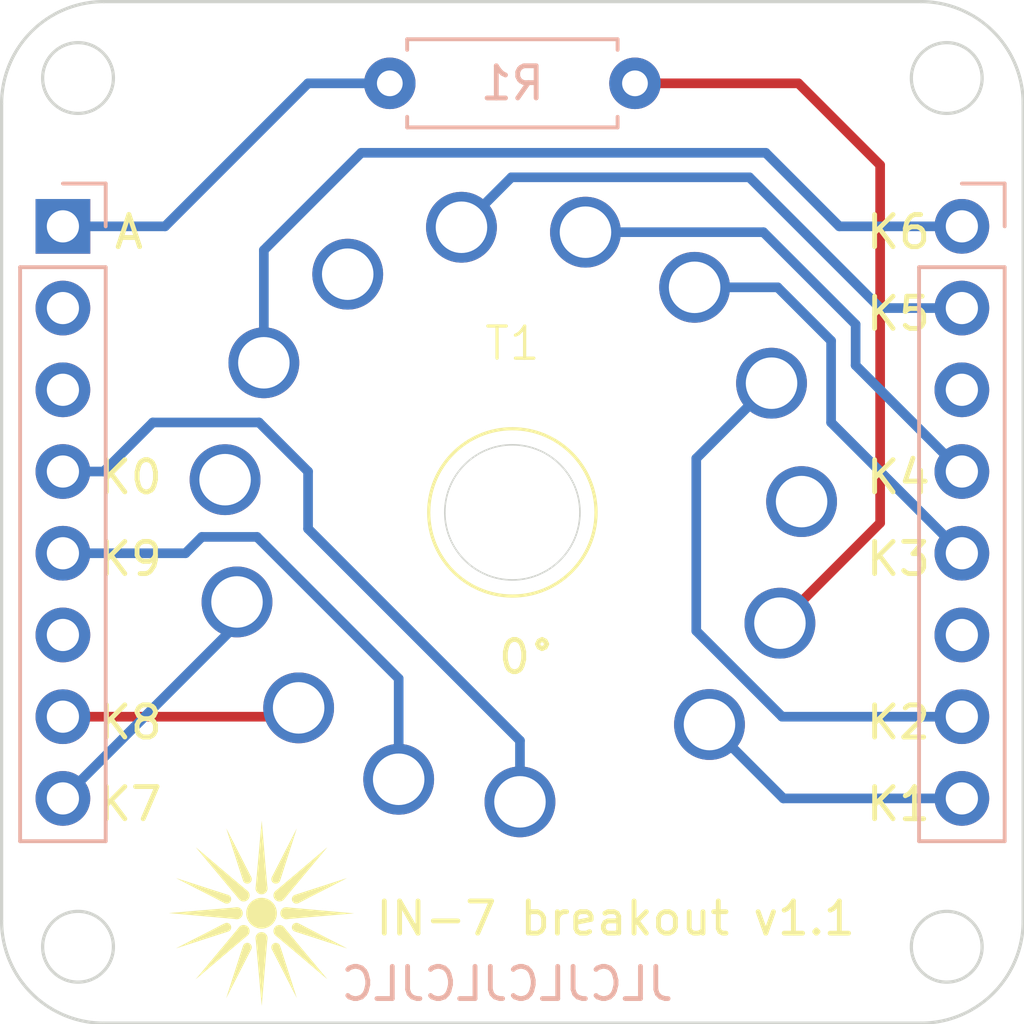
<source format=kicad_pcb>
(kicad_pcb (version 20221018) (generator pcbnew)
  (layers (0 "F.Cu" signal) (31 "B.Cu" signal) (34 "B.Paste" user) (35 "F.Paste" user) (36 "B.SilkS" user "B.Silkscreen") (37 "F.SilkS" user "F.Silkscreen") (38 "B.Mask" user) (39 "F.Mask" user) (44 "Edge.Cuts" user))
  (net 0 "")
  (net 5 "Anode")
  (net 6 "K1")
  (net 7 "K2")
  (net 8 "K3")
  (net 9 "K4")
  (net 10 "K5")
  (net 11 "K6")
  (net 12 "K7")
  (net 13 "K8")
  (net 15 "K9")
  (net 16 "K10")
  (net 19 "Net-(T1-Anode)")
  (footprint "Nixie:PL31 (IN7 rotation)" (layer "F.Cu") (at 50.8 50.8)
    (fp_text reference "T1" (at 0 -5.25 unlocked) (layer "F.SilkS") (effects (font (thickness 0.1))))
    (fp_text value "IN-7")
    (fp_circle (center 0 0) (end 2.1 0) (stroke (width 0.05)) (fill none) (layer "Edge.Cuts"))
    (pad "1" thru_hole circle (at 6.125995 6.5934 181.5) (size 2.2 2.2) (drill 1.6) (layers "*.Cu" "*.Mask") (net 6 "K1"))
    (pad "2" thru_hole circle (at 8.315188 3.443413 181.5) (size 2.2 2.2) (drill 1.6) (layers "*.Cu" "*.Mask") (net 19 "Net-(T1-Anode)"))
    (pad "3" thru_hole circle (at 8.9883 -0.335401 181.5) (size 2.2 2.2) (drill 1.6) (layers "*.Cu" "*.Mask"))
    (pad "4" thru_hole circle (at 8.054549 -4.01542 181.5) (size 2.2 2.2) (drill 1.6) (layers "*.Cu" "*.Mask") (net 7 "K2"))
    (pad "5" thru_hole circle (at 5.663644 -6.994553 181.5) (size 2.2 2.2) (drill 1.6) (layers "*.Cu" "*.Mask") (net 8 "K3"))
    (pad "6" thru_hole circle (at 2.271715 -8.708551 181.5) (size 2.2 2.2) (drill 1.6) (layers "*.Cu" "*.Mask") (net 9 "K4"))
    (pad "7" thru_hole circle (at -1.582512 -8.861611 181.5) (size 2.2 2.2) (drill 1.6) (layers "*.Cu" "*.Mask") (net 10 "K5"))
    (pad "8" thru_hole circle (at -5.118044 -7.403062 181.5) (size 2.2 2.2) (drill 1.6) (layers "*.Cu" "*.Mask"))
    (pad "9" thru_hole circle (at -7.724353 -4.649393 181.5) (size 2.2 2.2) (drill 1.6) (layers "*.Cu" "*.Mask") (net 11 "K6"))
    (pad "10" thru_hole circle (at -8.929671 -1.016597 181.5) (size 2.2 2.2) (drill 1.6) (layers "*.Cu" "*.Mask"))
    (pad "11" thru_hole circle (at -8.55877 2.783496 181.5) (size 2.2 2.2) (drill 1.6) (layers "*.Cu" "*.Mask") (net 12 "K7"))
    (pad "12" thru_hole circle (at -6.643227 6.075982 181.5) (size 2.2 2.2) (drill 1.6) (layers "*.Cu" "*.Mask") (net 13 "K8"))
    (pad "13" thru_hole circle (at -3.534065 8.295353 181.5) (size 2.2 2.2) (drill 1.6) (layers "*.Cu" "*.Mask") (net 15 "K9"))
    (pad "14" thru_hole circle (at 0.235593 8.996916 181.5) (size 2.2 2.2) (drill 1.6) (layers "*.Cu" "*.Mask") (net 16 "K10"))
  )
  (footprint "Nixie:Starburst" (layer "F.Cu") (at 43 63.25)
    (fp_text reference "G***" hide)
    (fp_text value "Starburst" hide)
  )
  (footprint "Connector_PinHeader_2.54mm:PinHeader_1x08_P2.54mm_Vertical" (layer "B.Cu") (at 64.77 41.91 180)
    (fp_text reference "J2" hide)
    (fp_text value "Conn_01x08_Pin" hide)
    (pad "1" thru_hole circle (at 0 0 180) (size 1.7 1.7) (drill 1) (layers "*.Cu" "*.Mask") (net 11 "K6"))
    (pad "2" thru_hole oval (at 0 -2.54 180) (size 1.7 1.7) (drill 1) (layers "*.Cu" "*.Mask") (net 10 "K5"))
    (pad "3" thru_hole oval (at 0 -5.08 180) (size 1.7 1.7) (drill 1) (layers "*.Cu" "*.Mask"))
    (pad "4" thru_hole oval (at 0 -7.62 180) (size 1.7 1.7) (drill 1) (layers "*.Cu" "*.Mask") (net 9 "K4"))
    (pad "5" thru_hole oval (at 0 -10.16 180) (size 1.7 1.7) (drill 1) (layers "*.Cu" "*.Mask") (net 8 "K3"))
    (pad "6" thru_hole oval (at 0 -12.7 180) (size 1.7 1.7) (drill 1) (layers "*.Cu" "*.Mask"))
    (pad "7" thru_hole oval (at 0 -15.24 180) (size 1.7 1.7) (drill 1) (layers "*.Cu" "*.Mask") (net 7 "K2"))
    (pad "8" thru_hole oval (at 0 -17.78 180) (size 1.7 1.7) (drill 1) (layers "*.Cu" "*.Mask") (net 6 "K1"))
  )
  (footprint "Connector_PinHeader_2.54mm:PinHeader_1x08_P2.54mm_Vertical" (layer "B.Cu") (at 36.83 41.91 180)
    (fp_text reference "J1" hide)
    (fp_text value "Conn_01x08_Pin" hide)
    (pad "1" thru_hole rect (at 0 0 180) (size 1.7 1.7) (drill 1) (layers "*.Cu" "*.Mask") (net 5 "Anode"))
    (pad "2" thru_hole oval (at 0 -2.54 180) (size 1.7 1.7) (drill 1) (layers "*.Cu" "*.Mask"))
    (pad "3" thru_hole oval (at 0 -5.08 180) (size 1.7 1.7) (drill 1) (layers "*.Cu" "*.Mask"))
    (pad "4" thru_hole oval (at 0 -7.62 180) (size 1.7 1.7) (drill 1) (layers "*.Cu" "*.Mask") (net 16 "K10"))
    (pad "5" thru_hole oval (at 0 -10.16 180) (size 1.7 1.7) (drill 1) (layers "*.Cu" "*.Mask") (net 15 "K9"))
    (pad "6" thru_hole oval (at 0 -12.7 180) (size 1.7 1.7) (drill 1) (layers "*.Cu" "*.Mask"))
    (pad "7" thru_hole oval (at 0 -15.24 180) (size 1.7 1.7) (drill 1) (layers "*.Cu" "*.Mask") (net 13 "K8"))
    (pad "8" thru_hole oval (at 0 -17.78 180) (size 1.7 1.7) (drill 1) (layers "*.Cu" "*.Mask") (net 12 "K7"))
  )
  (footprint "Resistor_THT:R_Axial_DIN0207_L6.3mm_D2.5mm_P7.62mm_Horizontal" (layer "B.Cu") (at 46.99 37.465)
    (fp_text reference "R1" (at 3.81 0) (layer "B.SilkS") (effects (justify mirror)))
    (fp_text value "R" hide)
    (pad "1" thru_hole circle (at 0 0) (size 1.6 1.6) (drill 0.8) (layers "*.Cu" "*.Mask") (net 5 "Anode"))
    (pad "2" thru_hole oval (at 7.62 0) (size 1.6 1.6) (drill 0.8) (layers "*.Cu" "*.Mask") (net 19 "Net-(T1-Anode)"))
  )
  (gr_arc (start 66.675 63.5) (mid 65.745064 65.745064) (end 63.5 66.675) (stroke (width 0.1)) (layer "Edge.Cuts"))
  (gr_line (start 34.925 38.1) (end 34.925 63.5) (stroke (width 0.1)) (layer "Edge.Cuts"))
  (gr_circle (center 64.3 37.3) (end 65.4 37.3) (stroke (width 0.1)) (fill none) (layer "Edge.Cuts"))
  (gr_arc (start 34.925 38.1) (mid 35.854936 35.854936) (end 38.1 34.925) (stroke (width 0.1)) (layer "Edge.Cuts"))
  (gr_circle (center 37.3 64.3) (end 38.4 64.3) (stroke (width 0.1)) (fill none) (layer "Edge.Cuts"))
  (gr_line (start 66.675 38.1) (end 66.675 63.5) (stroke (width 0.1)) (layer "Edge.Cuts"))
  (gr_circle (center 64.3 64.3) (end 65.4 64.3) (stroke (width 0.1)) (fill none) (layer "Edge.Cuts"))
  (gr_line (start 38.1 66.675) (end 63.5 66.675) (stroke (width 0.1)) (layer "Edge.Cuts"))
  (gr_circle (center 37.3 37.3) (end 38.4 37.3) (stroke (width 0.1)) (fill none) (layer "Edge.Cuts"))
  (gr_line (start 63.5 34.925) (end 38.1 34.925) (stroke (width 0.1)) (layer "Edge.Cuts"))
  (gr_arc (start 38.1 66.675) (mid 35.854936 65.745064) (end 34.925 63.5) (stroke (width 0.1)) (layer "Edge.Cuts"))
  (gr_arc (start 63.5 34.925) (mid 65.745064 35.854936) (end 66.675 38.1) (stroke (width 0.1)) (layer "Edge.Cuts"))
  (gr_text "JLCJLCJLCJLC" (at 55.88 66.04) (layer "B.SilkS") (effects (font (size 1 1)) (justify left bottom mirror)))
  (gr_text "K3" (at 61.722 52.832) (layer "F.SilkS") (effects (font (size 1 1)) (justify left bottom)))
  (gr_text "K1" (at 61.722 60.452) (layer "F.SilkS") (effects (font (size 1 1)) (justify left bottom)))
  (gr_text "A" (at 38.354 42.672) (layer "F.SilkS") (effects (font (size 1 1)) (justify left bottom)))
  (gr_text "K4" (at 61.722 50.292) (layer "F.SilkS") (effects (font (size 1 1)) (justify left bottom)))
  (gr_text "K8" (at 37.846 57.912) (layer "F.SilkS") (effects (font (size 1 1)) (justify left bottom)))
  (gr_text "K6\n" (at 61.722 42.672) (layer "F.SilkS") (effects (font (size 1 1)) (justify left bottom)))
  (gr_text "K9\n" (at 37.846 52.832) (layer "F.SilkS") (effects (font (size 1 1)) (justify left bottom)))
  (gr_text "IN-7 breakout v1.1\n" (at 46.482 64.008) (layer "F.SilkS") (effects (font (size 1 1)) (justify left bottom)))
  (gr_text "K5\n" (at 61.722 45.212) (layer "F.SilkS") (effects (font (size 1 1)) (justify left bottom)))
  (gr_text "K0\n" (at 37.846 50.292) (layer "F.SilkS") (effects (font (size 1 1)) (justify left bottom)))
  (gr_text "0°" (at 50.292 55.88) (layer "F.SilkS") (effects (font (size 1 1)) (justify left bottom)))
  (gr_text "K7" (at 37.846 60.452) (layer "F.SilkS") (effects (font (size 1 1)) (justify left bottom)))
  (gr_text "K2" (at 61.722 57.912) (layer "F.SilkS") (effects (font (size 1 1)) (justify left bottom)))
  (segment (start 44.45 37.465) (end 46.99 37.465) (width 0.3) (layer "B.Cu") (net 5))
  (segment (start 40.005 41.91) (end 44.45 37.465) (width 0.3) (layer "B.Cu") (net 5))
  (segment (start 36.83 41.91) (end 40.005 41.91) (width 0.3) (layer "B.Cu") (net 5))
  (segment (start 59.222595 59.69) (end 56.925995 57.3934) (width 0.3) (layer "B.Cu") (net 6))
  (segment (start 64.77 59.69) (end 59.222595 59.69) (width 0.3) (layer "B.Cu") (net 6))
  (segment (start 64.77 57.15) (end 59.182 57.15) (width 0.3) (layer "B.Cu") (net 7))
  (segment (start 59.182 57.15) (end 56.515 54.483) (width 0.3) (layer "B.Cu") (net 7))
  (segment (start 56.515 54.483) (end 56.515 49.124129) (width 0.3) (layer "B.Cu") (net 7))
  (segment (start 56.515 49.124129) (end 58.854549 46.78458) (width 0.3) (layer "B.Cu") (net 7))
  (segment (start 56.463644 43.805447) (end 59.045447 43.805447) (width 0.3) (layer "B.Cu") (net 8))
  (segment (start 59.045447 43.805447) (end 60.706 45.466) (width 0.3) (layer "B.Cu") (net 8))
  (segment (start 60.706 48.006) (end 64.77 52.07) (width 0.3) (layer "B.Cu") (net 8))
  (segment (start 60.706 45.466) (end 60.706 48.006) (width 0.3) (layer "B.Cu") (net 8))
  (segment (start 61.468 46.228) (end 61.468 44.958) (width 0.3) (layer "B.Cu") (net 9))
  (segment (start 61.468 44.958) (end 58.601449 42.091449) (width 0.3) (layer "B.Cu") (net 9))
  (segment (start 58.601449 42.091449) (end 53.071715 42.091449) (width 0.3) (layer "B.Cu") (net 9))
  (segment (start 64.77 49.53) (end 61.468 46.228) (width 0.3) (layer "B.Cu") (net 9))
  (segment (start 58.166 40.386) (end 50.769877 40.386) (width 0.3) (layer "B.Cu") (net 10))
  (segment (start 50.769877 40.386) (end 49.217488 41.938389) (width 0.3) (layer "B.Cu") (net 10))
  (segment (start 62.23 44.45) (end 58.166 40.386) (width 0.3) (layer "B.Cu") (net 10))
  (segment (start 64.77 44.45) (end 62.23 44.45) (width 0.3) (layer "B.Cu") (net 10))
  (segment (start 46.101 39.624) (end 58.674 39.624) (width 0.3) (layer "B.Cu") (net 11))
  (segment (start 43.075647 42.649353) (end 43.075647 46.150607) (width 0.3) (layer "B.Cu") (net 11))
  (segment (start 58.674 39.624) (end 60.96 41.91) (width 0.3) (layer "B.Cu") (net 11))
  (segment (start 43.18 42.545) (end 43.075647 42.649353) (width 0.3) (layer "B.Cu") (net 11))
  (segment (start 60.96 41.91) (end 64.77 41.91) (width 0.3) (layer "B.Cu") (net 11))
  (segment (start 43.18 42.545) (end 46.101 39.624) (width 0.3) (layer "B.Cu") (net 11))
  (segment (start 42.1713 54.3487) (end 42.1713 53.3585) (width 0.3) (layer "B.Cu") (net 12))
  (segment (start 42.24123 54.27877) (end 42.24123 53.583496) (width 0.3) (layer "B.Cu") (net 12))
  (segment (start 36.83 59.69) (end 42.24123 54.27877) (width 0.3) (layer "B.Cu") (net 12))
  (segment (start 36.83 57.15) (end 43.55 57.15) (width 0.3) (layer "F.Cu") (net 13))
  (segment (start 43.55 57.15) (end 44 56.7) (width 0.3) (layer "F.Cu") (net 13))
  (segment (start 47.265935 55.965435) (end 47.265935 59.095353) (width 0.3) (layer "B.Cu") (net 15))
  (segment (start 36.83 52.07) (end 40.64 52.07) (width 0.3) (layer "B.Cu") (net 15))
  (segment (start 42.8625 51.562) (end 47.265935 55.965435) (width 0.3) (layer "B.Cu") (net 15))
  (segment (start 40.64 52.07) (end 41.148 51.562) (width 0.3) (layer "B.Cu") (net 15))
  (segment (start 41.148 51.562) (end 42.8625 51.562) (width 0.3) (layer "B.Cu") (net 15))
  (segment (start 36.83 49.53) (end 38.1 49.53) (width 0.3) (layer "B.Cu") (net 16))
  (segment (start 42.926 48.006) (end 44.45 49.53) (width 0.3) (layer "B.Cu") (net 16))
  (segment (start 38.1 49.53) (end 39.624 48.006) (width 0.3) (layer "B.Cu") (net 16))
  (segment (start 51.035593 57.893593) (end 51.035593 59.796916) (width 0.3) (layer "B.Cu") (net 16))
  (segment (start 39.624 48.006) (end 42.926 48.006) (width 0.3) (layer "B.Cu") (net 16))
  (segment (start 44.45 49.53) (end 44.45 51.308) (width 0.3) (layer "B.Cu") (net 16))
  (segment (start 44.45 51.308) (end 51.035593 57.893593) (width 0.3) (layer "B.Cu") (net 16))
  (segment (start 59.69 37.465) (end 62.23 40.005) (width 0.3) (layer "F.Cu") (net 19))
  (segment (start 62.23 51.128601) (end 59.115188 54.243413) (width 0.3) (layer "F.Cu") (net 19))
  (segment (start 62.23 40.005) (end 62.23 51.128601) (width 0.3) (layer "F.Cu") (net 19))
  (segment (start 54.61 37.465) (end 59.69 37.465) (width 0.3) (layer "F.Cu") (net 19))
)
</source>
